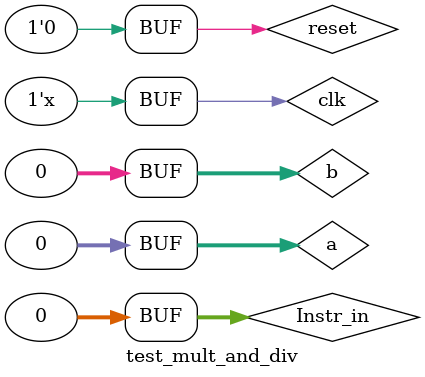
<source format=v>
`timescale 1ns / 1ps


module test_mult_and_div;

	// Inputs
	reg clk;
	reg reset;
	reg [31:0] Instr_in;
	reg [31:0] a;
	reg [31:0] b;

	// Outputs
	wire [31:0] high;
	wire [31:0] low;
	wire busy;
	wire start_look;

	// Instantiate the Unit Under Test (UUT)
	mult_and_div uut (
		.clk(clk), 
		.reset(reset), 
		.Instr_in(Instr_in), 
		.a(a), 
		.b(b), 
		.high(high), 
		.low(low), 
		.busy(busy),
		.start_look(start_look)
	);

	initial begin
		// Initialize Inputs
		clk = 0;
		reset = 0;
		Instr_in = 0;
		a = 0;
		b = 0;
		#10;
		Instr_in = 0;
	end
    always #5 clk=~clk;  
endmodule


</source>
